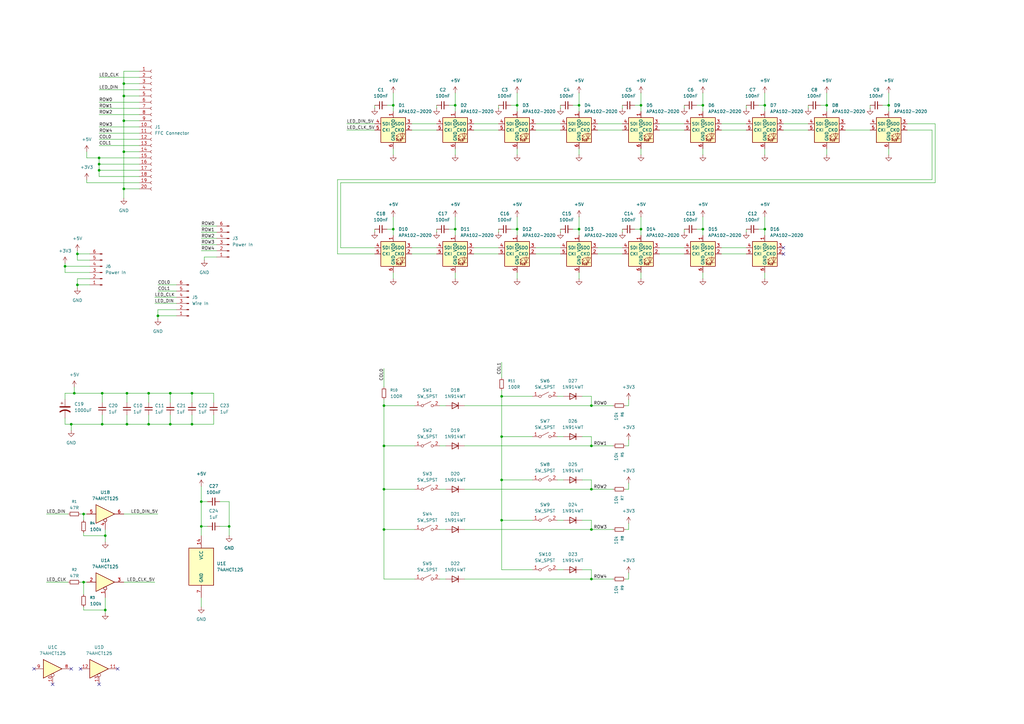
<source format=kicad_sch>
(kicad_sch (version 20250114) (generator "eeschema") (generator_version "9.0")
  (paper "A3")
  (title_block (title "O9 Control Head - DB10") (date "2025-10-20") (rev "V1") (company "Hawthorne Dynamics") (comment 1 "Daughter Board") (comment 2 "10 Buttons") (comment 3 "Top Board"))
  (junction (at 69.85 161.29))
  (junction (at 212.09 43.18))
  (junction (at 313.69 93.98))
  (junction (at 242.57 237.49))
  (junction (at 34.29 210.82))
  (junction (at 212.09 93.98))
  (junction (at 157.48 217.17))
  (junction (at 186.69 43.18))
  (junction (at 288.29 93.98))
  (junction (at 26.67 109.22))
  (junction (at 157.48 200.66))
  (junction (at 34.29 238.76))
  (junction (at 205.74 196.85))
  (junction (at 205.74 179.07))
  (junction (at 30.48 161.29))
  (junction (at 43.18 250.19))
  (junction (at 69.85 173.99))
  (junction (at 52.07 173.99))
  (junction (at 242.57 217.17))
  (junction (at 52.07 161.29))
  (junction (at 82.55 205.74))
  (junction (at 313.69 43.18))
  (junction (at 242.57 200.66))
  (junction (at 339.09 43.18))
  (junction (at 78.74 161.29))
  (junction (at 40.64 67.31))
  (junction (at 205.74 213.36))
  (junction (at 64.77 129.54))
  (junction (at 262.89 43.18))
  (junction (at 288.29 43.18))
  (junction (at 50.8 62.23))
  (junction (at 43.18 219.71))
  (junction (at 31.75 116.84))
  (junction (at 60.96 173.99))
  (junction (at 161.29 93.98))
  (junction (at 41.91 161.29))
  (junction (at 93.98 215.9))
  (junction (at 237.49 93.98))
  (junction (at 242.57 182.88))
  (junction (at 242.57 166.37))
  (junction (at 161.29 43.18))
  (junction (at 50.8 77.47))
  (junction (at 78.74 173.99))
  (junction (at 41.91 173.99))
  (junction (at 50.8 34.29))
  (junction (at 50.8 49.53))
  (junction (at 262.89 93.98))
  (junction (at 237.49 43.18))
  (junction (at 50.8 39.37))
  (junction (at 29.21 173.99))
  (junction (at 186.69 93.98))
  (junction (at 157.48 166.37))
  (junction (at 60.96 161.29))
  (junction (at 40.64 64.77))
  (junction (at 364.49 43.18))
  (junction (at 31.75 104.14))
  (junction (at 40.64 69.85))
  (junction (at 82.55 215.9))
  (junction (at 205.74 162.56))
  (junction (at 157.48 182.88))
  (no_connect (at 21.59 280.67))
  (no_connect (at 13.97 274.32))
  (no_connect (at 29.21 274.32))
  (no_connect (at 321.31 104.14))
  (no_connect (at 40.64 280.67))
  (no_connect (at 321.31 101.6))
  (no_connect (at 33.02 274.32))
  (no_connect (at 48.26 274.32))
  (wire (pts (xy 41.91 165.1) (xy 41.91 161.29)))
  (wire (pts (xy 288.29 38.1) (xy 288.29 43.18)))
  (wire (pts (xy 57.15 29.21) (xy 50.8 29.21)))
  (wire (pts (xy 161.29 43.18) (xy 161.29 45.72)))
  (wire (pts (xy 295.91 101.6) (xy 306.07 101.6)))
  (wire (pts (xy 157.48 200.66) (xy 157.48 217.17)))
  (wire (pts (xy 50.8 238.76) (xy 63.5 238.76)))
  (wire (pts (xy 168.91 101.6) (xy 179.07 101.6)))
  (wire (pts (xy 34.29 210.82) (xy 35.56 210.82)))
  (wire (pts (xy 31.75 104.14) (xy 36.83 104.14)))
  (wire (pts (xy 194.31 53.34) (xy 204.47 53.34)))
  (wire (pts (xy 190.5 217.17) (xy 242.57 217.17)))
  (wire (pts (xy 339.09 60.96) (xy 339.09 63.5)))
  (wire (pts (xy 204.47 93.98) (xy 204.47 95.25)))
  (wire (pts (xy 194.31 50.8) (xy 204.47 50.8)))
  (wire (pts (xy 313.69 111.76) (xy 313.69 114.3)))
  (wire (pts (xy 60.96 161.29) (xy 69.85 161.29)))
  (wire (pts (xy 245.11 50.8) (xy 255.27 50.8)))
  (wire (pts (xy 26.67 109.22) (xy 26.67 111.76)))
  (wire (pts (xy 339.09 38.1) (xy 339.09 43.18)))
  (wire (pts (xy 270.51 104.14) (xy 280.67 104.14)))
  (wire (pts (xy 83.82 105.41) (xy 88.9 105.41)))
  (wire (pts (xy 242.57 217.17) (xy 242.57 213.36)))
  (wire (pts (xy 40.64 54.61) (xy 57.15 54.61)))
  (wire (pts (xy 180.34 200.66) (xy 182.88 200.66)))
  (wire (pts (xy 33.02 238.76) (xy 34.29 238.76)))
  (wire (pts (xy 40.64 69.85) (xy 57.15 69.85)))
  (wire (pts (xy 205.74 160.02) (xy 205.74 162.56)))
  (wire (pts (xy 40.64 64.77) (xy 57.15 64.77)))
  (wire (pts (xy 205.74 196.85) (xy 218.44 196.85)))
  (wire (pts (xy 257.81 214.63) (xy 257.81 217.17)))
  (wire (pts (xy 306.07 43.18) (xy 306.07 44.45)))
  (wire (pts (xy 142.24 53.34) (xy 153.67 53.34)))
  (wire (pts (xy 285.75 43.18) (xy 288.29 43.18)))
  (wire (pts (xy 190.5 237.49) (xy 242.57 237.49)))
  (wire (pts (xy 194.31 101.6) (xy 204.47 101.6)))
  (wire (pts (xy 205.74 233.68) (xy 218.44 233.68)))
  (wire (pts (xy 255.27 43.18) (xy 255.27 44.45)))
  (wire (pts (xy 186.69 111.76) (xy 186.69 114.3)))
  (wire (pts (xy 31.75 118.11) (xy 31.75 116.84)))
  (wire (pts (xy 34.29 250.19) (xy 43.18 250.19)))
  (wire (pts (xy 186.69 88.9) (xy 186.69 93.98)))
  (wire (pts (xy 161.29 38.1) (xy 161.29 43.18)))
  (wire (pts (xy 87.63 173.99) (xy 87.63 170.18)))
  (wire (pts (xy 40.64 57.15) (xy 57.15 57.15)))
  (wire (pts (xy 262.89 88.9) (xy 262.89 93.98)))
  (wire (pts (xy 179.07 43.18) (xy 179.07 44.45)))
  (wire (pts (xy 26.67 171.45) (xy 26.67 173.99)))
  (wire (pts (xy 205.74 162.56) (xy 205.74 179.07)))
  (wire (pts (xy 40.64 31.75) (xy 57.15 31.75)))
  (wire (pts (xy 245.11 53.34) (xy 255.27 53.34)))
  (wire (pts (xy 242.57 237.49) (xy 251.46 237.49)))
  (wire (pts (xy 256.54 217.17) (xy 257.81 217.17)))
  (wire (pts (xy 218.44 162.56) (xy 205.74 162.56)))
  (wire (pts (xy 82.55 95.25) (xy 88.9 95.25)))
  (wire (pts (xy 331.47 43.18) (xy 331.47 44.45)))
  (wire (pts (xy 64.77 119.38) (xy 72.39 119.38)))
  (wire (pts (xy 64.77 127) (xy 64.77 129.54)))
  (wire (pts (xy 153.67 93.98) (xy 153.67 95.25)))
  (wire (pts (xy 52.07 170.18) (xy 52.07 173.99)))
  (wire (pts (xy 157.48 151.13) (xy 157.48 158.75)))
  (wire (pts (xy 168.91 53.34) (xy 179.07 53.34)))
  (wire (pts (xy 35.56 64.77) (xy 40.64 64.77)))
  (wire (pts (xy 288.29 60.96) (xy 288.29 63.5)))
  (wire (pts (xy 69.85 161.29) (xy 78.74 161.29)))
  (wire (pts (xy 186.69 43.18) (xy 186.69 45.72)))
  (wire (pts (xy 228.6 162.56) (xy 231.14 162.56)))
  (wire (pts (xy 82.55 199.39) (xy 82.55 205.74)))
  (wire (pts (xy 50.8 81.28) (xy 50.8 77.47)))
  (wire (pts (xy 237.49 111.76) (xy 237.49 114.3)))
  (wire (pts (xy 157.48 237.49) (xy 170.18 237.49)))
  (wire (pts (xy 40.64 36.83) (xy 57.15 36.83)))
  (wire (pts (xy 190.5 166.37) (xy 242.57 166.37)))
  (wire (pts (xy 26.67 111.76) (xy 36.83 111.76)))
  (wire (pts (xy 242.57 166.37) (xy 251.46 166.37)))
  (wire (pts (xy 50.8 77.47) (xy 57.15 77.47)))
  (wire (pts (xy 256.54 200.66) (xy 257.81 200.66)))
  (wire (pts (xy 242.57 162.56) (xy 238.76 162.56)))
  (wire (pts (xy 40.64 44.45) (xy 57.15 44.45)))
  (wire (pts (xy 30.48 161.29) (xy 41.91 161.29)))
  (wire (pts (xy 40.64 52.07) (xy 57.15 52.07)))
  (wire (pts (xy 161.29 60.96) (xy 161.29 63.5)))
  (wire (pts (xy 212.09 60.96) (xy 212.09 63.5)))
  (wire (pts (xy 237.49 38.1) (xy 237.49 43.18)))
  (wire (pts (xy 212.09 43.18) (xy 212.09 45.72)))
  (wire (pts (xy 364.49 43.18) (xy 364.49 45.72)))
  (wire (pts (xy 288.29 43.18) (xy 288.29 45.72)))
  (wire (pts (xy 64.77 116.84) (xy 72.39 116.84)))
  (wire (pts (xy 157.48 163.83) (xy 157.48 166.37)))
  (wire (pts (xy 40.64 67.31) (xy 40.64 69.85)))
  (wire (pts (xy 82.55 245.11) (xy 82.55 248.92)))
  (wire (pts (xy 313.69 43.18) (xy 313.69 45.72)))
  (wire (pts (xy 219.71 104.14) (xy 229.87 104.14)))
  (wire (pts (xy 219.71 53.34) (xy 229.87 53.34)))
  (wire (pts (xy 69.85 161.29) (xy 69.85 165.1)))
  (wire (pts (xy 245.11 104.14) (xy 255.27 104.14)))
  (wire (pts (xy 60.96 170.18) (xy 60.96 173.99)))
  (wire (pts (xy 157.48 182.88) (xy 170.18 182.88)))
  (wire (pts (xy 212.09 88.9) (xy 212.09 93.98)))
  (wire (pts (xy 82.55 92.71) (xy 88.9 92.71)))
  (wire (pts (xy 242.57 166.37) (xy 242.57 162.56)))
  (wire (pts (xy 256.54 182.88) (xy 257.81 182.88)))
  (wire (pts (xy 295.91 50.8) (xy 306.07 50.8)))
  (wire (pts (xy 50.8 49.53) (xy 50.8 62.23)))
  (wire (pts (xy 26.67 107.95) (xy 26.67 109.22)))
  (wire (pts (xy 257.81 234.95) (xy 257.81 237.49)))
  (wire (pts (xy 40.64 67.31) (xy 57.15 67.31)))
  (wire (pts (xy 205.74 154.94) (xy 205.74 148.59)))
  (wire (pts (xy 242.57 233.68) (xy 238.76 233.68)))
  (wire (pts (xy 190.5 182.88) (xy 242.57 182.88)))
  (wire (pts (xy 50.8 210.82) (xy 64.77 210.82)))
  (wire (pts (xy 257.81 163.83) (xy 257.81 166.37)))
  (wire (pts (xy 82.55 97.79) (xy 88.9 97.79)))
  (wire (pts (xy 31.75 104.14) (xy 31.75 106.68)))
  (wire (pts (xy 229.87 93.98) (xy 229.87 95.25)))
  (wire (pts (xy 139.7 74.93) (xy 383.54 74.93)))
  (wire (pts (xy 212.09 93.98) (xy 212.09 96.52)))
  (wire (pts (xy 82.55 100.33) (xy 88.9 100.33)))
  (wire (pts (xy 205.74 196.85) (xy 205.74 213.36)))
  (wire (pts (xy 78.74 173.99) (xy 87.63 173.99)))
  (wire (pts (xy 234.95 93.98) (xy 237.49 93.98)))
  (wire (pts (xy 204.47 43.18) (xy 204.47 44.45)))
  (wire (pts (xy 60.96 161.29) (xy 60.96 165.1)))
  (wire (pts (xy 40.64 64.77) (xy 40.64 67.31)))
  (wire (pts (xy 321.31 50.8) (xy 331.47 50.8)))
  (wire (pts (xy 157.48 217.17) (xy 157.48 237.49)))
  (wire (pts (xy 138.43 104.14) (xy 153.67 104.14)))
  (wire (pts (xy 31.75 102.87) (xy 31.75 104.14)))
  (wire (pts (xy 194.31 104.14) (xy 204.47 104.14)))
  (wire (pts (xy 26.67 163.83) (xy 26.67 161.29)))
  (wire (pts (xy 64.77 127) (xy 72.39 127)))
  (wire (pts (xy 270.51 53.34) (xy 280.67 53.34)))
  (wire (pts (xy 237.49 60.96) (xy 237.49 63.5)))
  (wire (pts (xy 306.07 93.98) (xy 306.07 95.25)))
  (wire (pts (xy 19.05 238.76) (xy 27.94 238.76)))
  (wire (pts (xy 83.82 106.68) (xy 83.82 105.41)))
  (wire (pts (xy 313.69 38.1) (xy 313.69 43.18)))
  (wire (pts (xy 237.49 43.18) (xy 237.49 45.72)))
  (wire (pts (xy 153.67 101.6) (xy 139.7 101.6)))
  (wire (pts (xy 205.74 179.07) (xy 218.44 179.07)))
  (wire (pts (xy 180.34 166.37) (xy 182.88 166.37)))
  (wire (pts (xy 82.55 215.9) (xy 82.55 219.71)))
  (wire (pts (xy 50.8 39.37) (xy 50.8 49.53)))
  (wire (pts (xy 64.77 129.54) (xy 72.39 129.54)))
  (wire (pts (xy 242.57 182.88) (xy 242.57 179.07)))
  (wire (pts (xy 219.71 50.8) (xy 229.87 50.8)))
  (wire (pts (xy 180.34 237.49) (xy 182.88 237.49)))
  (wire (pts (xy 40.64 59.69) (xy 57.15 59.69)))
  (wire (pts (xy 69.85 170.18) (xy 69.85 173.99)))
  (wire (pts (xy 364.49 60.96) (xy 364.49 63.5)))
  (wire (pts (xy 313.69 88.9) (xy 313.69 93.98)))
  (wire (pts (xy 280.67 93.98) (xy 280.67 95.25)))
  (wire (pts (xy 361.95 43.18) (xy 364.49 43.18)))
  (wire (pts (xy 228.6 233.68) (xy 231.14 233.68)))
  (wire (pts (xy 157.48 200.66) (xy 170.18 200.66)))
  (wire (pts (xy 234.95 43.18) (xy 237.49 43.18)))
  (wire (pts (xy 52.07 161.29) (xy 60.96 161.29)))
  (wire (pts (xy 190.5 200.66) (xy 242.57 200.66)))
  (wire (pts (xy 170.18 166.37) (xy 157.48 166.37)))
  (wire (pts (xy 180.34 182.88) (xy 182.88 182.88)))
  (wire (pts (xy 78.74 161.29) (xy 78.74 165.1)))
  (wire (pts (xy 50.8 29.21) (xy 50.8 34.29)))
  (wire (pts (xy 50.8 49.53) (xy 57.15 49.53)))
  (wire (pts (xy 161.29 111.76) (xy 161.29 114.3)))
  (wire (pts (xy 35.56 62.23) (xy 35.56 64.77)))
  (wire (pts (xy 339.09 43.18) (xy 339.09 45.72)))
  (wire (pts (xy 228.6 196.85) (xy 231.14 196.85)))
  (wire (pts (xy 34.29 210.82) (xy 34.29 213.36)))
  (wire (pts (xy 90.17 205.74) (xy 93.98 205.74)))
  (wire (pts (xy 313.69 60.96) (xy 313.69 63.5)))
  (wire (pts (xy 52.07 173.99) (xy 60.96 173.99)))
  (wire (pts (xy 228.6 213.36) (xy 231.14 213.36)))
  (wire (pts (xy 157.48 166.37) (xy 157.48 182.88)))
  (wire (pts (xy 40.64 46.99) (xy 57.15 46.99)))
  (wire (pts (xy 34.29 219.71) (xy 43.18 219.71)))
  (wire (pts (xy 260.35 43.18) (xy 262.89 43.18)))
  (wire (pts (xy 186.69 93.98) (xy 186.69 96.52)))
  (wire (pts (xy 245.11 101.6) (xy 255.27 101.6)))
  (wire (pts (xy 35.56 73.66) (xy 35.56 74.93)))
  (wire (pts (xy 93.98 205.74) (xy 93.98 215.9)))
  (wire (pts (xy 33.02 210.82) (xy 34.29 210.82)))
  (wire (pts (xy 242.57 182.88) (xy 251.46 182.88)))
  (wire (pts (xy 237.49 88.9) (xy 237.49 93.98)))
  (wire (pts (xy 313.69 93.98) (xy 313.69 96.52)))
  (wire (pts (xy 260.35 93.98) (xy 262.89 93.98)))
  (wire (pts (xy 382.27 53.34) (xy 382.27 73.66)))
  (wire (pts (xy 242.57 200.66) (xy 251.46 200.66)))
  (wire (pts (xy 41.91 161.29) (xy 52.07 161.29)))
  (wire (pts (xy 87.63 161.29) (xy 87.63 165.1)))
  (wire (pts (xy 346.71 53.34) (xy 356.87 53.34)))
  (wire (pts (xy 26.67 173.99) (xy 29.21 173.99)))
  (wire (pts (xy 69.85 173.99) (xy 78.74 173.99)))
  (wire (pts (xy 288.29 111.76) (xy 288.29 114.3)))
  (wire (pts (xy 168.91 104.14) (xy 179.07 104.14)))
  (wire (pts (xy 295.91 53.34) (xy 306.07 53.34)))
  (wire (pts (xy 364.49 38.1) (xy 364.49 43.18)))
  (wire (pts (xy 78.74 170.18) (xy 78.74 173.99)))
  (wire (pts (xy 205.74 213.36) (xy 218.44 213.36)))
  (wire (pts (xy 255.27 93.98) (xy 255.27 95.25)))
  (wire (pts (xy 153.67 43.18) (xy 153.67 44.45)))
  (wire (pts (xy 179.07 93.98) (xy 179.07 95.25)))
  (wire (pts (xy 212.09 38.1) (xy 212.09 43.18)))
  (wire (pts (xy 256.54 237.49) (xy 257.81 237.49)))
  (wire (pts (xy 212.09 111.76) (xy 212.09 114.3)))
  (wire (pts (xy 237.49 93.98) (xy 237.49 96.52)))
  (wire (pts (xy 50.8 39.37) (xy 57.15 39.37)))
  (wire (pts (xy 280.67 43.18) (xy 280.67 44.45)))
  (wire (pts (xy 93.98 219.71) (xy 93.98 215.9)))
  (wire (pts (xy 50.8 62.23) (xy 57.15 62.23)))
  (wire (pts (xy 63.5 124.46) (xy 72.39 124.46)))
  (wire (pts (xy 63.5 121.92) (xy 72.39 121.92)))
  (wire (pts (xy 288.29 88.9) (xy 288.29 93.98)))
  (wire (pts (xy 311.15 93.98) (xy 313.69 93.98)))
  (wire (pts (xy 158.75 43.18) (xy 161.29 43.18)))
  (wire (pts (xy 161.29 88.9) (xy 161.29 93.98)))
  (wire (pts (xy 262.89 43.18) (xy 262.89 45.72)))
  (wire (pts (xy 383.54 74.93) (xy 383.54 50.8)))
  (wire (pts (xy 29.21 173.99) (xy 41.91 173.99)))
  (wire (pts (xy 31.75 114.3) (xy 36.83 114.3)))
  (wire (pts (xy 82.55 215.9) (xy 85.09 215.9)))
  (wire (pts (xy 50.8 62.23) (xy 50.8 77.47)))
  (wire (pts (xy 50.8 34.29) (xy 50.8 39.37)))
  (wire (pts (xy 93.98 215.9) (xy 90.17 215.9)))
  (wire (pts (xy 138.43 73.66) (xy 138.43 104.14)))
  (wire (pts (xy 40.64 72.39) (xy 57.15 72.39)))
  (wire (pts (xy 285.75 93.98) (xy 288.29 93.98)))
  (wire (pts (xy 82.55 205.74) (xy 85.09 205.74)))
  (wire (pts (xy 257.81 166.37) (xy 256.54 166.37)))
  (wire (pts (xy 40.64 69.85) (xy 40.64 72.39)))
  (wire (pts (xy 228.6 179.07) (xy 231.14 179.07)))
  (wire (pts (xy 257.81 180.34) (xy 257.81 182.88)))
  (wire (pts (xy 383.54 50.8) (xy 372.11 50.8)))
  (wire (pts (xy 34.29 243.84) (xy 34.29 238.76)))
  (wire (pts (xy 257.81 198.12) (xy 257.81 200.66)))
  (wire (pts (xy 31.75 106.68) (xy 36.83 106.68)))
  (wire (pts (xy 139.7 101.6) (xy 139.7 74.93)))
  (wire (pts (xy 40.64 41.91) (xy 57.15 41.91)))
  (wire (pts (xy 64.77 129.54) (xy 64.77 130.81)))
  (wire (pts (xy 229.87 43.18) (xy 229.87 44.45)))
  (wire (pts (xy 41.91 173.99) (xy 52.07 173.99)))
  (wire (pts (xy 161.29 93.98) (xy 161.29 96.52)))
  (wire (pts (xy 262.89 111.76) (xy 262.89 114.3)))
  (wire (pts (xy 157.48 182.88) (xy 157.48 200.66)))
  (wire (pts (xy 209.55 93.98) (xy 212.09 93.98)))
  (wire (pts (xy 270.51 101.6) (xy 280.67 101.6)))
  (wire (pts (xy 382.27 73.66) (xy 138.43 73.66)))
  (wire (pts (xy 43.18 245.11) (xy 43.18 250.19)))
  (wire (pts (xy 34.29 248.92) (xy 34.29 250.19)))
  (wire (pts (xy 242.57 237.49) (xy 242.57 233.68)))
  (wire (pts (xy 158.75 93.98) (xy 161.29 93.98)))
  (wire (pts (xy 186.69 60.96) (xy 186.69 63.5)))
  (wire (pts (xy 205.74 213.36) (xy 205.74 233.68)))
  (wire (pts (xy 186.69 38.1) (xy 186.69 43.18)))
  (wire (pts (xy 82.55 102.87) (xy 88.9 102.87)))
  (wire (pts (xy 288.29 93.98) (xy 288.29 96.52)))
  (wire (pts (xy 41.91 170.18) (xy 41.91 173.99)))
  (wire (pts (xy 26.67 109.22) (xy 36.83 109.22)))
  (wire (pts (xy 336.55 43.18) (xy 339.09 43.18)))
  (wire (pts (xy 26.67 161.29) (xy 30.48 161.29)))
  (wire (pts (xy 157.48 217.17) (xy 170.18 217.17)))
  (wire (pts (xy 29.21 176.53) (xy 29.21 173.99)))
  (wire (pts (xy 242.57 196.85) (xy 238.76 196.85)))
  (wire (pts (xy 242.57 200.66) (xy 242.57 196.85)))
  (wire (pts (xy 35.56 74.93) (xy 57.15 74.93)))
  (wire (pts (xy 82.55 205.74) (xy 82.55 215.9)))
  (wire (pts (xy 205.74 179.07) (xy 205.74 196.85)))
  (wire (pts (xy 321.31 53.34) (xy 331.47 53.34)))
  (wire (pts (xy 43.18 217.17) (xy 43.18 219.71)))
  (wire (pts (xy 262.89 60.96) (xy 262.89 63.5)))
  (wire (pts (xy 184.15 93.98) (xy 186.69 93.98)))
  (wire (pts (xy 168.91 50.8) (xy 179.07 50.8)))
  (wire (pts (xy 311.15 43.18) (xy 313.69 43.18)))
  (wire (pts (xy 34.29 238.76) (xy 35.56 238.76)))
  (wire (pts (xy 142.24 50.8) (xy 153.67 50.8)))
  (wire (pts (xy 31.75 116.84) (xy 36.83 116.84)))
  (wire (pts (xy 372.11 53.34) (xy 382.27 53.34)))
  (wire (pts (xy 31.75 116.84) (xy 31.75 114.3)))
  (wire (pts (xy 242.57 179.07) (xy 238.76 179.07)))
  (wire (pts (xy 34.29 218.44) (xy 34.29 219.71)))
  (wire (pts (xy 50.8 34.29) (xy 57.15 34.29)))
  (wire (pts (xy 219.71 101.6) (xy 229.87 101.6)))
  (wire (pts (xy 184.15 43.18) (xy 186.69 43.18)))
  (wire (pts (xy 43.18 250.19) (xy 43.18 251.46)))
  (wire (pts (xy 295.91 104.14) (xy 306.07 104.14)))
  (wire (pts (xy 180.34 217.17) (xy 182.88 217.17)))
  (wire (pts (xy 52.07 161.29) (xy 52.07 165.1)))
  (wire (pts (xy 270.51 50.8) (xy 280.67 50.8)))
  (wire (pts (xy 262.89 38.1) (xy 262.89 43.18)))
  (wire (pts (xy 30.48 158.75) (xy 30.48 161.29)))
  (wire (pts (xy 242.57 213.36) (xy 238.76 213.36)))
  (wire (pts (xy 262.89 93.98) (xy 262.89 96.52)))
  (wire (pts (xy 356.87 43.18) (xy 356.87 44.45)))
  (wire (pts (xy 242.57 217.17) (xy 251.46 217.17)))
  (wire (pts (xy 19.05 210.82) (xy 27.94 210.82)))
  (wire (pts (xy 60.96 173.99) (xy 69.85 173.99)))
  (wire (pts (xy 43.18 219.71) (xy 43.18 222.25)))
  (wire (pts (xy 209.55 43.18) (xy 212.09 43.18)))
  (wire (pts (xy 78.74 161.29) (xy 87.63 161.29)))
  (label "LED_DIN" (at 19.05 210.82 0))
  (label "LED_CLK_5V" (at 142.24 53.34 0))
  (label "ROW4" (at 82.55 102.87 0))
  (label "COL0" (at 64.77 116.84 0))
  (label "LED_CLK" (at 40.64 31.75 0))
  (label "ROW0" (at 248.92 166.37 180))
  (label "ROW1" (at 248.92 182.88 180))
  (label "ROW2" (at 40.64 46.99 0))
  (label "ROW3" (at 248.92 217.17 180))
  (label "ROW2" (at 82.55 97.79 0))
  (label "ROW1" (at 82.55 95.25 0))
  (label "ROW3" (at 40.64 52.07 0))
  (label "COL1" (at 205.74 148.59 270))
  (label "COL0" (at 40.64 57.15 0))
  (label "ROW2" (at 248.92 200.66 180))
  (label "LED_DIN_5V" (at 64.77 210.82 180))
  (label "COL1" (at 64.77 119.38 0))
  (label "ROW4" (at 248.92 237.49 180))
  (label "LED_DIN_5V" (at 142.24 50.8 0))
  (label "LED_CLK_5V" (at 63.5 238.76 180))
  (label "ROW3" (at 82.55 100.33 0))
  (label "LED_CLK" (at 63.5 121.92 0))
  (label "LED_DIN" (at 40.64 36.83 0))
  (label "COL1" (at 40.64 59.69 0))
  (label "LED_CLK" (at 19.05 238.76 0))
  (label "LED_DIN" (at 63.5 124.46 0))
  (label "ROW0" (at 82.55 92.71 0))
  (label "ROW1" (at 40.64 44.45 0))
  (label "COL0" (at 157.48 151.13 270))
  (label "ROW0" (at 40.64 41.91 0))
  (label "ROW4" (at 40.64 54.61 0))
  (symbol (lib_id "Diode:1N914WT") (at 234.95 233.68 180) (unit 1)
    (property "Reference" "D23" (at 234.95 227.33 0))
    (property "Value" "1N914WT" (at 234.95 229.87 0))
    (property "Footprint" "Diode_SMD:D_SOD-323_HandSoldering" (effects (hide yes)))
    (property "Datasheet" "http://www.mouser.com/ds/2/149/1N4148WT-461550.pdf" (effects (hide yes)))
    (property "Description" "75V 0.15A Fast switching Diode, SOD-523" (effects (hide yes)))
    (property "Sim.Device" "D" (effects (hide yes)))
    (property "Sim.Pins" "1=K 2=A" (effects (hide yes)))
  )
  (symbol (lib_id "power:GND") (at 43.18 251.46 0) (unit 1)
    (property "Reference" "#PWR067" (effects (hide yes)))
    (property "Value" "GND" (effects (hide yes)))
    (property "Description" "Power symbol creates a global label with name \"GND\" , ground" (effects (hide yes)))
  )
  (symbol (lib_id "power:GND") (at 93.98 219.71 0) (unit 1)
    (property "Reference" "#PWR066" (effects (hide yes)))
    (property "Value" "GND" (at 93.98 224.79 0))
    (property "Description" "Power symbol creates a global label with name \"GND\" , ground" (effects (hide yes)))
  )
  (symbol (lib_id "power:+5V") (at 262.89 88.9 0) (unit 1)
    (property "Reference" "#PWR053" (effects (hide yes)))
    (property "Value" "+5V" (at 262.89 83.82 0))
    (property "Description" "Power symbol creates a global label with name \"+5V\"" (effects (hide yes)))
  )
  (symbol (lib_id "Device:C_Small") (at 207.01 93.98 90) (unit 1)
    (property "Reference" "C16" (at 207.0163 87.63 90))
    (property "Value" "100nF" (at 207.0163 90.17 90))
    (property "Footprint" "Capacitor_SMD:C_0603_1608Metric_Pad1.08x0.95mm_HandSolder" (effects (hide yes)))
    (property "Description" "Unpolarized capacitor, small symbol" (effects (hide yes)))
  )
  (symbol (lib_id "power:GND") (at 186.69 114.3 0) (unit 1)
    (property "Reference" "#PWR018" (effects (hide yes)))
    (property "Value" "GND" (effects (hide yes)))
    (property "Description" "Power symbol creates a global label with name \"GND\" , ground" (effects (hide yes)))
  )
  (symbol (lib_id "Device:C_Small") (at 283.21 43.18 90) (unit 1)
    (property "Reference" "C6" (at 283.2163 36.83 90))
    (property "Value" "100nF" (at 283.2163 39.37 90))
    (property "Footprint" "Capacitor_SMD:C_0603_1608Metric_Pad1.08x0.95mm_HandSolder" (effects (hide yes)))
    (property "Description" "Unpolarized capacitor, small symbol" (effects (hide yes)))
  )
  (symbol (lib_id "Device:R_Small") (at 34.29 215.9 180) (unit 1)
    (property "Reference" "R4" (at 36.83 214.6299 0) (effects (font (size 1.016 1.016)) (justify right)))
    (property "Value" "100k" (at 36.83 217.1699 0) (effects (justify right)))
    (property "Footprint" "Resistor_SMD:R_0603_1608Metric_Pad0.98x0.95mm_HandSolder" (effects (hide yes)))
    (property "Description" "Resistor, small symbol" (effects (hide yes)))
  )
  (symbol (lib_id "Connector:Conn_01x06_Pin") (at 41.91 111.76 180) (unit 1)
    (property "Reference" "J6" (at 43.18 109.2199 0) (effects (justify right)))
    (property "Value" "Power In" (at 43.18 111.7599 0) (effects (justify right)))
    (property "Footprint" "Library:SolderWire-0.5sqmm_1x06_P4.8mm_D0.9mm_OD2.3mm" (effects (hide yes)))
    (property "Description" "Generic connector, single row, 01x06, script generated" (effects (hide yes)))
  )
  (symbol (lib_id "power:+5V") (at 313.69 88.9 0) (unit 1)
    (property "Reference" "#PWR049" (effects (hide yes)))
    (property "Value" "+5V" (at 313.69 83.82 0))
    (property "Description" "Power symbol creates a global label with name \"+5V\"" (effects (hide yes)))
  )
  (symbol (lib_id "power:+3V3") (at 257.81 234.95 0) (unit 1)
    (property "Reference" "#PWR073" (effects (hide yes)))
    (property "Value" "+3V3" (at 257.81 229.87 0))
    (property "Description" "Power symbol creates a global label with name \"+3V3\"" (effects (hide yes)))
  )
  (symbol (lib_id "Device:R_Small") (at 30.48 238.76 90) (unit 1)
    (property "Reference" "R2" (at 30.48 233.68 90) (effects (font (size 1.016 1.016))))
    (property "Value" "47R" (at 30.48 236.22 90))
    (property "Footprint" "Resistor_SMD:R_0603_1608Metric_Pad0.98x0.95mm_HandSolder" (effects (hide yes)))
    (property "Description" "Resistor, small symbol" (effects (hide yes)))
  )
  (symbol (lib_id "74xx:74AHCT125") (at 82.55 232.41 0) (unit 5)
    (property "Reference" "U1" (at 88.9 231.1399 0) (effects (justify left)))
    (property "Value" "74AHCT125" (at 88.9 233.6799 0) (effects (justify left)))
    (property "Footprint" "Package_SO:SOIC-14_3.9x8.7mm_P1.27mm" (effects (hide yes)))
    (property "Datasheet" "https://www.ti.com/lit/ds/symlink/sn74ahct125.pdf" (effects (hide yes)))
    (property "Description" "Quadruple Bus Buffer Gates With 3-State Outputs" (effects (hide yes)))
  )
  (symbol (lib_id "LED:APA102-2020") (at 262.89 53.34 0) (unit 1)
    (property "Reference" "D5" (at 265.0333 43.18 0) (effects (justify left)))
    (property "Value" "APA102-2020" (at 265.0333 45.72 0) (effects (justify left)))
    (property "Footprint" "LED_SMD:LED-APA102-2020" (effects (hide yes)))
    (property "Datasheet" "http://www.led-color.com/upload/201604/APA102-2020%20SMD%20LED.pdf" (effects (hide yes)))
    (property "Description" "RGB LED with integrated controller" (effects (hide yes)))
  )
  (symbol (lib_id "74xx:74AHCT125") (at 40.64 274.32 0) (unit 4)
    (property "Reference" "U1" (at 40.64 265.43 0))
    (property "Value" "74AHCT125" (at 40.64 267.97 0))
    (property "Footprint" "Package_SO:SOIC-14_3.9x8.7mm_P1.27mm" (effects (hide yes)))
    (property "Datasheet" "https://www.ti.com/lit/ds/symlink/sn74ahct125.pdf" (effects (hide yes)))
    (property "Description" "Quadruple Bus Buffer Gates With 3-State Outputs" (effects (hide yes)))
  )
  (symbol (lib_id "power:GND") (at 29.21 176.53 0) (unit 1)
    (property "Reference" "#PWR062" (effects (hide yes)))
    (property "Value" "GND" (at 29.21 181.61 0))
    (property "Description" "Power symbol creates a global label with name \"GND\" , ground" (effects (hide yes)))
  )
  (symbol (lib_id "Diode:1N914WT") (at 234.95 162.56 180) (unit 1)
    (property "Reference" "D27" (at 234.95 156.21 0))
    (property "Value" "1N914WT" (at 234.95 158.75 0))
    (property "Footprint" "Diode_SMD:D_SOD-323_HandSoldering" (effects (hide yes)))
    (property "Datasheet" "http://www.mouser.com/ds/2/149/1N4148WT-461550.pdf" (effects (hide yes)))
    (property "Description" "75V 0.15A Fast switching Diode, SOD-523" (effects (hide yes)))
    (property "Sim.Device" "D" (effects (hide yes)))
    (property "Sim.Pins" "1=K 2=A" (effects (hide yes)))
  )
  (symbol (lib_id "Device:R_Small") (at 254 237.49 270) (unit 1)
    (property "Reference" "R9" (at 255.2701 240.03 0) (effects (font (size 1.016 1.016)) (justify left)))
    (property "Value" "10k" (at 252.7301 240.03 0) (effects (justify left)))
    (property "Footprint" "Resistor_SMD:R_0603_1608Metric_Pad0.98x0.95mm_HandSolder" (effects (hide yes)))
    (property "Description" "Resistor, small symbol" (effects (hide yes)))
  )
  (symbol (lib_id "Device:C_Small") (at 359.41 43.18 90) (unit 1)
    (property "Reference" "C9" (at 359.4163 36.83 90))
    (property "Value" "100nF" (at 359.4163 39.37 90))
    (property "Footprint" "Capacitor_SMD:C_0603_1608Metric_Pad1.08x0.95mm_HandSolder" (effects (hide yes)))
    (property "Description" "Unpolarized capacitor, small symbol" (effects (hide yes)))
  )
  (symbol (lib_id "power:GND") (at 306.07 44.45 0) (unit 1)
    (property "Reference" "#PWR038" (effects (hide yes)))
    (property "Value" "GND" (effects (hide yes)))
    (property "Description" "Power symbol creates a global label with name \"GND\" , ground" (effects (hide yes)))
  )
  (symbol (lib_id "power:+5V") (at 161.29 38.1 0) (unit 1)
    (property "Reference" "#PWR026" (effects (hide yes)))
    (property "Value" "+5V" (at 161.29 33.02 0))
    (property "Description" "Power symbol creates a global label with name \"+5V\"" (effects (hide yes)))
  )
  (symbol (lib_id "LED:APA102-2020") (at 212.09 53.34 0) (unit 1)
    (property "Reference" "D3" (at 214.2333 43.18 0) (effects (justify left)))
    (property "Value" "APA102-2020" (at 214.2333 45.72 0) (effects (justify left)))
    (property "Footprint" "LED_SMD:LED-APA102-2020" (effects (hide yes)))
    (property "Datasheet" "http://www.led-color.com/upload/201604/APA102-2020%20SMD%20LED.pdf" (effects (hide yes)))
    (property "Description" "RGB LED with integrated controller" (effects (hide yes)))
  )
  (symbol (lib_id "Switch:SW_SPST") (at 175.26 182.88 0) (unit 1)
    (property "Reference" "SW2" (at 175.26 176.53 0))
    (property "Value" "SW_SPST" (at 175.26 179.07 0))
    (property "Footprint" "Button_Switch_SMD:SW_SPST_TL3342" (effects (hide yes)))
    (property "Description" "Single Pole Single Throw (SPST) switch" (effects (hide yes)))
  )
  (symbol (lib_id "power:GND") (at 313.69 114.3 0) (unit 1)
    (property "Reference" "#PWR023" (effects (hide yes)))
    (property "Value" "GND" (effects (hide yes)))
    (property "Description" "Power symbol creates a global label with name \"GND\" , ground" (effects (hide yes)))
  )
  (symbol (lib_id "power:GND") (at 43.18 222.25 0) (unit 1)
    (property "Reference" "#PWR068" (effects (hide yes)))
    (property "Value" "GND" (effects (hide yes)))
    (property "Description" "Power symbol creates a global label with name \"GND\" , ground" (effects (hide yes)))
  )
  (symbol (lib_id "LED:APA102-2020") (at 237.49 104.14 0) (unit 1)
    (property "Reference" "D13" (at 239.6333 93.98 0) (effects (justify left)))
    (property "Value" "APA102-2020" (at 239.6333 96.52 0) (effects (justify left)))
    (property "Footprint" "LED_SMD:LED-APA102-2020" (effects (hide yes)))
    (property "Datasheet" "http://www.led-color.com/upload/201604/APA102-2020%20SMD%20LED.pdf" (effects (hide yes)))
    (property "Description" "RGB LED with integrated controller" (effects (hide yes)))
  )
  (symbol (lib_id "Device:C_Small") (at 87.63 205.74 90) (unit 1)
    (property "Reference" "C27" (at 87.6363 199.39 90))
    (property "Value" "100nF" (at 87.6363 201.93 90))
    (property "Footprint" "Capacitor_SMD:C_0603_1608Metric_Pad1.08x0.95mm_HandSolder" (effects (hide yes)))
    (property "Description" "Unpolarized capacitor, small symbol" (effects (hide yes)))
  )
  (symbol (lib_id "Switch:SW_SPST") (at 223.52 233.68 0) (unit 1)
    (property "Reference" "SW10" (at 223.52 227.33 0))
    (property "Value" "SW_SPST" (at 223.52 229.87 0))
    (property "Footprint" "Button_Switch_SMD:SW_SPST_TL3342" (effects (hide yes)))
    (property "Description" "Single Pole Single Throw (SPST) switch" (effects (hide yes)))
  )
  (symbol (lib_id "Diode:1N914WT") (at 186.69 182.88 180) (unit 1)
    (property "Reference" "D19" (at 186.69 176.53 0))
    (property "Value" "1N914WT" (at 186.69 179.07 0))
    (property "Footprint" "Diode_SMD:D_SOD-323_HandSoldering" (effects (hide yes)))
    (property "Datasheet" "http://www.mouser.com/ds/2/149/1N4148WT-461550.pdf" (effects (hide yes)))
    (property "Description" "75V 0.15A Fast switching Diode, SOD-523" (effects (hide yes)))
    (property "Sim.Device" "D" (effects (hide yes)))
    (property "Sim.Pins" "1=K 2=A" (effects (hide yes)))
  )
  (symbol (lib_id "Diode:1N914WT") (at 234.95 196.85 180) (unit 1)
    (property "Reference" "D25" (at 234.95 190.5 0))
    (property "Value" "1N914WT" (at 234.95 193.04 0))
    (property "Footprint" "Diode_SMD:D_SOD-323_HandSoldering" (effects (hide yes)))
    (property "Datasheet" "http://www.mouser.com/ds/2/149/1N4148WT-461550.pdf" (effects (hide yes)))
    (property "Description" "75V 0.15A Fast switching Diode, SOD-523" (effects (hide yes)))
    (property "Sim.Device" "D" (effects (hide yes)))
    (property "Sim.Pins" "1=K 2=A" (effects (hide yes)))
  )
  (symbol (lib_id "power:GND") (at 204.47 95.25 0) (unit 1)
    (property "Reference" "#PWR056" (effects (hide yes)))
    (property "Value" "GND" (effects (hide yes)))
    (property "Description" "Power symbol creates a global label with name \"GND\" , ground" (effects (hide yes)))
  )
  (symbol (lib_id "Device:C_Small") (at 52.07 167.64 180) (unit 1)
    (property "Reference" "C10" (at 54.61 166.3635 0) (effects (justify right)))
    (property "Value" "1uF" (at 54.61 168.9035 0) (effects (justify right)))
    (property "Footprint" "Capacitor_SMD:C_0603_1608Metric_Pad1.08x0.95mm_HandSolder" (effects (hide yes)))
    (property "Description" "Unpolarized capacitor, small symbol" (effects (hide yes)))
  )
  (symbol (lib_id "LED:APA102-2020") (at 288.29 104.14 0) (unit 1)
    (property "Reference" "D15" (at 290.4333 93.98 0) (effects (justify left)))
    (property "Value" "APA102-2020" (at 290.4333 96.52 0) (effects (justify left)))
    (property "Footprint" "LED_SMD:LED-APA102-2020" (effects (hide yes)))
    (property "Datasheet" "http://www.led-color.com/upload/201604/APA102-2020%20SMD%20LED.pdf" (effects (hide yes)))
    (property "Description" "RGB LED with integrated controller" (effects (hide yes)))
  )
  (symbol (lib_id "LED:APA102-2020") (at 186.69 104.14 0) (unit 1)
    (property "Reference" "D11" (at 188.8333 93.98 0) (effects (justify left)))
    (property "Value" "APA102-2020" (at 188.8333 96.52 0) (effects (justify left)))
    (property "Footprint" "LED_SMD:LED-APA102-2020" (effects (hide yes)))
    (property "Datasheet" "http://www.led-color.com/upload/201604/APA102-2020%20SMD%20LED.pdf" (effects (hide yes)))
    (property "Description" "RGB LED with integrated controller" (effects (hide yes)))
  )
  (symbol (lib_id "Switch:SW_SPST") (at 175.26 166.37 0) (unit 1)
    (property "Reference" "SW1" (at 175.26 160.02 0))
    (property "Value" "SW_SPST" (at 175.26 162.56 0))
    (property "Footprint" "Button_Switch_SMD:SW_SPST_TL3342" (effects (hide yes)))
    (property "Description" "Single Pole Single Throw (SPST) switch" (effects (hide yes)))
  )
  (symbol (lib_id "power:GND") (at 212.09 63.5 0) (unit 1)
    (property "Reference" "#PWR010" (effects (hide yes)))
    (property "Value" "GND" (effects (hide yes)))
    (property "Description" "Power symbol creates a global label with name \"GND\" , ground" (effects (hide yes)))
  )
  (symbol (lib_id "Device:R_Small") (at 254 182.88 270) (unit 1)
    (property "Reference" "R5" (at 255.2701 185.42 0) (effects (font (size 1.016 1.016)) (justify left)))
    (property "Value" "10k" (at 252.7301 185.42 0) (effects (justify left)))
    (property "Footprint" "Resistor_SMD:R_0603_1608Metric_Pad0.98x0.95mm_HandSolder" (effects (hide yes)))
    (property "Description" "Resistor, small symbol" (effects (hide yes)))
  )
  (symbol (lib_id "74xx:74AHCT125") (at 43.18 238.76 0) (unit 1)
    (property "Reference" "U1" (at 43.18 229.87 0))
    (property "Value" "74AHCT125" (at 43.18 232.41 0))
    (property "Footprint" "Package_SO:SOIC-14_3.9x8.7mm_P1.27mm" (effects (hide yes)))
    (property "Datasheet" "https://www.ti.com/lit/ds/symlink/sn74ahct125.pdf" (effects (hide yes)))
    (property "Description" "Quadruple Bus Buffer Gates With 3-State Outputs" (effects (hide yes)))
  )
  (symbol (lib_id "LED:APA102-2020") (at 364.49 53.34 0) (unit 1)
    (property "Reference" "D9" (at 366.6333 43.18 0) (effects (justify left)))
    (property "Value" "APA102-2020" (at 366.6333 45.72 0) (effects (justify left)))
    (property "Footprint" "LED_SMD:LED-APA102-2020" (effects (hide yes)))
    (property "Datasheet" "http://www.led-color.com/upload/201604/APA102-2020%20SMD%20LED.pdf" (effects (hide yes)))
    (property "Description" "RGB LED with integrated controller" (effects (hide yes)))
  )
  (symbol (lib_id "LED:APA102-2020") (at 288.29 53.34 0) (unit 1)
    (property "Reference" "D6" (at 290.4333 43.18 0) (effects (justify left)))
    (property "Value" "APA102-2020" (at 290.4333 45.72 0) (effects (justify left)))
    (property "Footprint" "LED_SMD:LED-APA102-2020" (effects (hide yes)))
    (property "Datasheet" "http://www.led-color.com/upload/201604/APA102-2020%20SMD%20LED.pdf" (effects (hide yes)))
    (property "Description" "RGB LED with integrated controller" (effects (hide yes)))
  )
  (symbol (lib_id "LED:APA102-2020") (at 161.29 53.34 0) (unit 1)
    (property "Reference" "D1" (at 163.4333 43.18 0) (effects (justify left)))
    (property "Value" "APA102-2020" (at 163.4333 45.72 0) (effects (justify left)))
    (property "Footprint" "LED_SMD:LED-APA102-2020" (effects (hide yes)))
    (property "Datasheet" "http://www.led-color.com/upload/201604/APA102-2020%20SMD%20LED.pdf" (effects (hide yes)))
    (property "Description" "RGB LED with integrated controller" (effects (hide yes)))
  )
  (symbol (lib_id "Switch:SW_SPST") (at 223.52 196.85 0) (unit 1)
    (property "Reference" "SW8" (at 223.52 190.5 0))
    (property "Value" "SW_SPST" (at 223.52 193.04 0))
    (property "Footprint" "Button_Switch_SMD:SW_SPST_TL3342" (effects (hide yes)))
    (property "Description" "Single Pole Single Throw (SPST) switch" (effects (hide yes)))
  )
  (symbol (lib_id "Device:C_Small") (at 257.81 43.18 90) (unit 1)
    (property "Reference" "C5" (at 257.8163 36.83 90))
    (property "Value" "100nF" (at 257.8163 39.37 90))
    (property "Footprint" "Capacitor_SMD:C_0603_1608Metric_Pad1.08x0.95mm_HandSolder" (effects (hide yes)))
    (property "Description" "Unpolarized capacitor, small symbol" (effects (hide yes)))
  )
  (symbol (lib_id "Switch:SW_SPST") (at 223.52 179.07 0) (unit 1)
    (property "Reference" "SW7" (at 223.52 172.72 0))
    (property "Value" "SW_SPST" (at 223.52 175.26 0))
    (property "Footprint" "Button_Switch_SMD:SW_SPST_TL3342" (effects (hide yes)))
    (property "Description" "Single Pole Single Throw (SPST) switch" (effects (hide yes)))
  )
  (symbol (lib_id "power:+5V") (at 237.49 38.1 0) (unit 1)
    (property "Reference" "#PWR033" (effects (hide yes)))
    (property "Value" "+5V" (at 237.49 33.02 0))
    (property "Description" "Power symbol creates a global label with name \"+5V\"" (effects (hide yes)))
  )
  (symbol (lib_id "Switch:SW_SPST") (at 175.26 237.49 0) (unit 1)
    (property "Reference" "SW5" (at 175.26 231.14 0))
    (property "Value" "SW_SPST" (at 175.26 233.68 0))
    (property "Footprint" "Button_Switch_SMD:SW_SPST_TL3342" (effects (hide yes)))
    (property "Description" "Single Pole Single Throw (SPST) switch" (effects (hide yes)))
  )
  (symbol (lib_id "power:+3V3") (at 257.81 214.63 0) (unit 1)
    (property "Reference" "#PWR072" (effects (hide yes)))
    (property "Value" "+3V3" (at 257.81 209.55 0))
    (property "Description" "Power symbol creates a global label with name \"+3V3\"" (effects (hide yes)))
  )
  (symbol (lib_id "Device:C_Small") (at 78.74 167.64 180) (unit 1)
    (property "Reference" "C22" (at 81.28 166.3635 0) (effects (justify right)))
    (property "Value" "1uF" (at 81.28 168.9035 0) (effects (justify right)))
    (property "Footprint" "Capacitor_SMD:C_0603_1608Metric_Pad1.08x0.95mm_HandSolder" (effects (hide yes)))
    (property "Description" "Unpolarized capacitor, small symbol" (effects (hide yes)))
  )
  (symbol (lib_id "power:GND") (at 356.87 44.45 0) (unit 1)
    (property "Reference" "#PWR042" (effects (hide yes)))
    (property "Value" "GND" (effects (hide yes)))
    (property "Description" "Power symbol creates a global label with name \"GND\" , ground" (effects (hide yes)))
  )
  (symbol (lib_id "Device:C_Small") (at 308.61 43.18 90) (unit 1)
    (property "Reference" "C7" (at 308.6163 36.83 90))
    (property "Value" "100nF" (at 308.6163 39.37 90))
    (property "Footprint" "Capacitor_SMD:C_0603_1608Metric_Pad1.08x0.95mm_HandSolder" (effects (hide yes)))
    (property "Description" "Unpolarized capacitor, small symbol" (effects (hide yes)))
  )
  (symbol (lib_id "power:GND") (at 313.69 63.5 0) (unit 1)
    (property "Reference" "#PWR014" (effects (hide yes)))
    (property "Value" "GND" (effects (hide yes)))
    (property "Description" "Power symbol creates a global label with name \"GND\" , ground" (effects (hide yes)))
  )
  (symbol (lib_id "power:+5V") (at 339.09 38.1 0) (unit 1)
    (property "Reference" "#PWR041" (effects (hide yes)))
    (property "Value" "+5V" (at 339.09 33.02 0))
    (property "Description" "Power symbol creates a global label with name \"+5V\"" (effects (hide yes)))
  )
  (symbol (lib_id "power:+5V") (at 212.09 88.9 0) (unit 1)
    (property "Reference" "#PWR057" (effects (hide yes)))
    (property "Value" "+5V" (at 212.09 83.82 0))
    (property "Description" "Power symbol creates a global label with name \"+5V\"" (effects (hide yes)))
  )
  (symbol (lib_id "Switch:SW_SPST") (at 175.26 217.17 0) (unit 1)
    (property "Reference" "SW4" (at 175.26 210.82 0))
    (property "Value" "SW_SPST" (at 175.26 213.36 0))
    (property "Footprint" "Button_Switch_SMD:SW_SPST_TL3342" (effects (hide yes)))
    (property "Description" "Single Pole Single Throw (SPST) switch" (effects (hide yes)))
  )
  (symbol (lib_id "power:+5V") (at 82.55 199.39 0) (unit 1)
    (property "Reference" "#PWR065" (effects (hide yes)))
    (property "Value" "+5V" (at 82.55 194.31 0))
    (property "Description" "Power symbol creates a global label with name \"+5V\"" (effects (hide yes)))
  )
  (symbol (lib_id "Device:R_Small") (at 34.29 246.38 180) (unit 1)
    (property "Reference" "R3" (at 36.83 245.1099 0) (effects (font (size 1.016 1.016)) (justify right)))
    (property "Value" "100k" (at 36.83 247.6499 0) (effects (justify right)))
    (property "Footprint" "Resistor_SMD:R_0603_1608Metric_Pad0.98x0.95mm_HandSolder" (effects (hide yes)))
    (property "Description" "Resistor, small symbol" (effects (hide yes)))
  )
  (symbol (lib_id "power:GND") (at 204.47 44.45 0) (unit 1)
    (property "Reference" "#PWR030" (effects (hide yes)))
    (property "Value" "GND" (effects (hide yes)))
    (property "Description" "Power symbol creates a global label with name \"GND\" , ground" (effects (hide yes)))
  )
  (symbol (lib_id "power:GND") (at 288.29 63.5 0) (unit 1)
    (property "Reference" "#PWR013" (effects (hide yes)))
    (property "Value" "GND" (effects (hide yes)))
    (property "Description" "Power symbol creates a global label with name \"GND\" , ground" (effects (hide yes)))
  )
  (symbol (lib_id "power:GND") (at 212.09 114.3 0) (unit 1)
    (property "Reference" "#PWR019" (effects (hide yes)))
    (property "Value" "GND" (effects (hide yes)))
    (property "Description" "Power symbol creates a global label with name \"GND\" , ground" (effects (hide yes)))
  )
  (symbol (lib_id "power:GND") (at 364.49 63.5 0) (unit 1)
    (property "Reference" "#PWR016" (effects (hide yes)))
    (property "Value" "GND" (effects (hide yes)))
    (property "Description" "Power symbol creates a global label with name \"GND\" , ground" (effects (hide yes)))
  )
  (symbol (lib_id "Device:C_Polarized_US") (at 26.67 167.64 0) (unit 1)
    (property "Reference" "C19" (at 30.48 165.7349 0) (effects (justify left)))
    (property "Value" "1000uF" (at 30.48 168.2749 0) (effects (justify left)))
    (property "Footprint" "Capacitor_SMD:CP_Elec_8x6.7" (effects (hide yes)))
    (property "Description" "Polarized capacitor, US symbol" (effects (hide yes)))
  )
  (symbol (lib_id "Device:C_Small") (at 156.21 93.98 90) (unit 1)
    (property "Reference" "C18" (at 156.2163 87.63 90))
    (property "Value" "100nF" (at 156.2163 90.17 90))
    (property "Footprint" "Capacitor_SMD:C_0603_1608Metric_Pad1.08x0.95mm_HandSolder" (effects (hide yes)))
    (property "Description" "Unpolarized capacitor, small symbol" (effects (hide yes)))
  )
  (symbol (lib_id "power:GND") (at 280.67 95.25 0) (unit 1)
    (property "Reference" "#PWR050" (effects (hide yes)))
    (property "Value" "GND" (effects (hide yes)))
    (property "Description" "Power symbol creates a global label with name \"GND\" , ground" (effects (hide yes)))
  )
  (symbol (lib_id "power:GND") (at 229.87 95.25 0) (unit 1)
    (property "Reference" "#PWR054" (effects (hide yes)))
    (property "Value" "GND" (effects (hide yes)))
    (property "Description" "Power symbol creates a global label with name \"GND\" , ground" (effects (hide yes)))
  )
  (symbol (lib_id "power:+3V3") (at 257.81 163.83 0) (unit 1)
    (property "Reference" "#PWR070" (effects (hide yes)))
    (property "Value" "+3V3" (at 257.81 158.75 0))
    (property "Description" "Power symbol creates a global label with name \"+3V3\"" (effects (hide yes)))
  )
  (symbol (lib_id "Device:C_Small") (at 60.96 167.64 180) (unit 1)
    (property "Reference" "C11" (at 63.5 166.3635 0) (effects (justify right)))
    (property "Value" "1uF" (at 63.5 168.9035 0) (effects (justify right)))
    (property "Footprint" "Capacitor_SMD:C_0603_1608Metric_Pad1.08x0.95mm_HandSolder" (effects (hide yes)))
    (property "Description" "Unpolarized capacitor, small symbol" (effects (hide yes)))
  )
  (symbol (lib_id "Diode:1N914WT") (at 234.95 179.07 180) (unit 1)
    (property "Reference" "D26" (at 234.95 172.72 0))
    (property "Value" "1N914WT" (at 234.95 175.26 0))
    (property "Footprint" "Diode_SMD:D_SOD-323_HandSoldering" (effects (hide yes)))
    (property "Datasheet" "http://www.mouser.com/ds/2/149/1N4148WT-461550.pdf" (effects (hide yes)))
    (property "Description" "75V 0.15A Fast switching Diode, SOD-523" (effects (hide yes)))
    (property "Sim.Device" "D" (effects (hide yes)))
    (property "Sim.Pins" "1=K 2=A" (effects (hide yes)))
  )
  (symbol (lib_id "power:GND") (at 186.69 63.5 0) (unit 1)
    (property "Reference" "#PWR09" (effects (hide yes)))
    (property "Value" "GND" (effects (hide yes)))
    (property "Description" "Power symbol creates a global label with name \"GND\" , ground" (effects (hide yes)))
  )
  (symbol (lib_id "Device:C_Small") (at 257.81 93.98 90) (unit 1)
    (property "Reference" "C14" (at 257.8163 87.63 90))
    (property "Value" "100nF" (at 257.8163 90.17 90))
    (property "Footprint" "Capacitor_SMD:C_0603_1608Metric_Pad1.08x0.95mm_HandSolder" (effects (hide yes)))
    (property "Description" "Unpolarized capacitor, small symbol" (effects (hide yes)))
  )
  (symbol (lib_id "power:+3V3") (at 35.56 73.66 0) (unit 1)
    (property "Reference" "#PWR03" (effects (hide yes)))
    (property "Value" "+3V3" (at 35.56 68.58 0))
    (property "Description" "Power symbol creates a global label with name \"+3V3\"" (effects (hide yes)))
  )
  (symbol (lib_id "Device:C_Small") (at 69.85 167.64 180) (unit 1)
    (property "Reference" "C21" (at 72.39 166.3635 0) (effects (justify right)))
    (property "Value" "1uF" (at 72.39 168.9035 0) (effects (justify right)))
    (property "Footprint" "Capacitor_SMD:C_0603_1608Metric_Pad1.08x0.95mm_HandSolder" (effects (hide yes)))
    (property "Description" "Unpolarized capacitor, small symbol" (effects (hide yes)))
  )
  (symbol (lib_id "Diode:1N914WT") (at 186.69 200.66 180) (unit 1)
    (property "Reference" "D20" (at 186.69 194.31 0))
    (property "Value" "1N914WT" (at 186.69 196.85 0))
    (property "Footprint" "Diode_SMD:D_SOD-323_HandSoldering" (effects (hide yes)))
    (property "Datasheet" "http://www.mouser.com/ds/2/149/1N4148WT-461550.pdf" (effects (hide yes)))
    (property "Description" "75V 0.15A Fast switching Diode, SOD-523" (effects (hide yes)))
    (property "Sim.Device" "D" (effects (hide yes)))
    (property "Sim.Pins" "1=K 2=A" (effects (hide yes)))
  )
  (symbol (lib_id "power:+5V") (at 212.09 38.1 0) (unit 1)
    (property "Reference" "#PWR031" (effects (hide yes)))
    (property "Value" "+5V" (at 212.09 33.02 0))
    (property "Description" "Power symbol creates a global label with name \"+5V\"" (effects (hide yes)))
  )
  (symbol (lib_id "LED:APA102-2020") (at 313.69 53.34 0) (unit 1)
    (property "Reference" "D7" (at 315.8333 43.18 0) (effects (justify left)))
    (property "Value" "APA102-2020" (at 315.8333 45.72 0) (effects (justify left)))
    (property "Footprint" "LED_SMD:LED-APA102-2020" (effects (hide yes)))
    (property "Datasheet" "http://www.led-color.com/upload/201604/APA102-2020%20SMD%20LED.pdf" (effects (hide yes)))
    (property "Description" "RGB LED with integrated controller" (effects (hide yes)))
  )
  (symbol (lib_id "Device:C_Small") (at 207.01 43.18 90) (unit 1)
    (property "Reference" "C3" (at 207.0163 36.83 90))
    (property "Value" "100nF" (at 207.0163 39.37 90))
    (property "Footprint" "Capacitor_SMD:C_0603_1608Metric_Pad1.08x0.95mm_HandSolder" (effects (hide yes)))
    (property "Description" "Unpolarized capacitor, small symbol" (effects (hide yes)))
  )
  (symbol (lib_id "Device:C_Small") (at 181.61 93.98 90) (unit 1)
    (property "Reference" "C17" (at 181.6163 87.63 90))
    (property "Value" "100nF" (at 181.6163 90.17 90))
    (property "Footprint" "Capacitor_SMD:C_0603_1608Metric_Pad1.08x0.95mm_HandSolder" (effects (hide yes)))
    (property "Description" "Unpolarized capacitor, small symbol" (effects (hide yes)))
  )
  (symbol (lib_id "power:+5V") (at 30.48 158.75 0) (unit 1)
    (property "Reference" "#PWR063" (effects (hide yes)))
    (property "Value" "+5V" (at 30.48 153.67 0))
    (property "Description" "Power symbol creates a global label with name \"+5V\"" (effects (hide yes)))
  )
  (symbol (lib_id "power:+5V") (at 313.69 38.1 0) (unit 1)
    (property "Reference" "#PWR039" (effects (hide yes)))
    (property "Value" "+5V" (at 313.69 33.02 0))
    (property "Description" "Power symbol creates a global label with name \"+5V\"" (effects (hide yes)))
  )
  (symbol (lib_id "power:GND") (at 179.07 44.45 0) (unit 1)
    (property "Reference" "#PWR028" (effects (hide yes)))
    (property "Value" "GND" (effects (hide yes)))
    (property "Description" "Power symbol creates a global label with name \"GND\" , ground" (effects (hide yes)))
  )
  (symbol (lib_id "power:GND") (at 255.27 44.45 0) (unit 1)
    (property "Reference" "#PWR034" (effects (hide yes)))
    (property "Value" "GND" (effects (hide yes)))
    (property "Description" "Power symbol creates a global label with name \"GND\" , ground" (effects (hide yes)))
  )
  (symbol (lib_id "power:GND") (at 161.29 114.3 0) (unit 1)
    (property "Reference" "#PWR017" (effects (hide yes)))
    (property "Value" "GND" (effects (hide yes)))
    (property "Description" "Power symbol creates a global label with name \"GND\" , ground" (effects (hide yes)))
  )
  (symbol (lib_id "Device:C_Small") (at 87.63 215.9 270) (unit 1)
    (property "Reference" "C24" (at 87.6236 209.55 90))
    (property "Value" "1uF" (at 87.6236 212.09 90))
    (property "Footprint" "Capacitor_SMD:C_0603_1608Metric_Pad1.08x0.95mm_HandSolder" (effects (hide yes)))
    (property "Description" "Unpolarized capacitor, small symbol" (effects (hide yes)))
  )
  (symbol (lib_id "power:+5V") (at 161.29 88.9 0) (unit 1)
    (property "Reference" "#PWR061" (effects (hide yes)))
    (property "Value" "+5V" (at 161.29 83.82 0))
    (property "Description" "Power symbol creates a global label with name \"+5V\"" (effects (hide yes)))
  )
  (symbol (lib_id "Device:R_Small") (at 254 217.17 270) (unit 1)
    (property "Reference" "R8" (at 255.2701 219.71 0) (effects (font (size 1.016 1.016)) (justify left)))
    (property "Value" "10k" (at 252.7301 219.71 0) (effects (justify left)))
    (property "Footprint" "Resistor_SMD:R_0603_1608Metric_Pad0.98x0.95mm_HandSolder" (effects (hide yes)))
    (property "Description" "Resistor, small symbol" (effects (hide yes)))
  )
  (symbol (lib_id "power:GND") (at 255.27 95.25 0) (unit 1)
    (property "Reference" "#PWR052" (effects (hide yes)))
    (property "Value" "GND" (effects (hide yes)))
    (property "Description" "Power symbol creates a global label with name \"GND\" , ground" (effects (hide yes)))
  )
  (symbol (lib_id "Device:R_Small") (at 30.48 210.82 90) (unit 1)
    (property "Reference" "R1" (at 30.48 205.74 90) (effects (font (size 1.016 1.016))))
    (property "Value" "47R" (at 30.48 208.28 90))
    (property "Footprint" "Resistor_SMD:R_0603_1608Metric_Pad0.98x0.95mm_HandSolder" (effects (hide yes)))
    (property "Description" "Resistor, small symbol" (effects (hide yes)))
  )
  (symbol (lib_id "Device:R_Small") (at 254 200.66 270) (unit 1)
    (property "Reference" "R7" (at 255.2701 203.2 0) (effects (font (size 1.016 1.016)) (justify left)))
    (property "Value" "10k" (at 252.7301 203.2 0) (effects (justify left)))
    (property "Footprint" "Resistor_SMD:R_0603_1608Metric_Pad0.98x0.95mm_HandSolder" (effects (hide yes)))
    (property "Description" "Resistor, small symbol" (effects (hide yes)))
  )
  (symbol (lib_id "power:GND") (at 288.29 114.3 0) (unit 1)
    (property "Reference" "#PWR022" (effects (hide yes)))
    (property "Value" "GND" (effects (hide yes)))
    (property "Description" "Power symbol creates a global label with name \"GND\" , ground" (effects (hide yes)))
  )
  (symbol (lib_id "LED:APA102-2020") (at 262.89 104.14 0) (unit 1)
    (property "Reference" "D14" (at 265.0333 93.98 0) (effects (justify left)))
    (property "Value" "APA102-2020" (at 265.0333 96.52 0) (effects (justify left)))
    (property "Footprint" "LED_SMD:LED-APA102-2020" (effects (hide yes)))
    (property "Datasheet" "http://www.led-color.com/upload/201604/APA102-2020%20SMD%20LED.pdf" (effects (hide yes)))
    (property "Description" "RGB LED with integrated controller" (effects (hide yes)))
  )
  (symbol (lib_id "74xx:74AHCT125") (at 43.18 210.82 0) (unit 2)
    (property "Reference" "U1" (at 43.18 201.93 0))
    (property "Value" "74AHCT125" (at 43.18 204.47 0))
    (property "Footprint" "Package_SO:SOIC-14_3.9x8.7mm_P1.27mm" (effects (hide yes)))
    (property "Datasheet" "https://www.ti.com/lit/ds/symlink/sn74ahct125.pdf" (effects (hide yes)))
    (property "Description" "Quadruple Bus Buffer Gates With 3-State Outputs" (effects (hide yes)))
  )
  (symbol (lib_id "Device:C_Small") (at 283.21 93.98 90) (unit 1)
    (property "Reference" "C13" (at 283.2163 87.63 90))
    (property "Value" "100nF" (at 283.2163 90.17 90))
    (property "Footprint" "Capacitor_SMD:C_0603_1608Metric_Pad1.08x0.95mm_HandSolder" (effects (hide yes)))
    (property "Description" "Unpolarized capacitor, small symbol" (effects (hide yes)))
  )
  (symbol (lib_id "LED:APA102-2020") (at 161.29 104.14 0) (unit 1)
    (property "Reference" "D10" (at 163.4333 93.98 0) (effects (justify left)))
    (property "Value" "APA102-2020" (at 163.4333 96.52 0) (effects (justify left)))
    (property "Footprint" "LED_SMD:LED-APA102-2020" (effects (hide yes)))
    (property "Datasheet" "http://www.led-color.com/upload/201604/APA102-2020%20SMD%20LED.pdf" (effects (hide yes)))
    (property "Description" "RGB LED with integrated controller" (effects (hide yes)))
  )
  (symbol (lib_id "power:GND") (at 339.09 63.5 0) (unit 1)
    (property "Reference" "#PWR015" (effects (hide yes)))
    (property "Value" "GND" (effects (hide yes)))
    (property "Description" "Power symbol creates a global label with name \"GND\" , ground" (effects (hide yes)))
  )
  (symbol (lib_id "Switch:SW_SPST") (at 223.52 213.36 0) (unit 1)
    (property "Reference" "SW9" (at 223.52 207.01 0))
    (property "Value" "SW_SPST" (at 223.52 209.55 0))
    (property "Footprint" "Button_Switch_SMD:SW_SPST_TL3342" (effects (hide yes)))
    (property "Description" "Single Pole Single Throw (SPST) switch" (effects (hide yes)))
  )
  (symbol (lib_id "LED:APA102-2020") (at 212.09 104.14 0) (unit 1)
    (property "Reference" "D12" (at 214.2333 93.98 0) (effects (justify left)))
    (property "Value" "APA102-2020" (at 214.2333 96.52 0) (effects (justify left)))
    (property "Footprint" "LED_SMD:LED-APA102-2020" (effects (hide yes)))
    (property "Datasheet" "http://www.led-color.com/upload/201604/APA102-2020%20SMD%20LED.pdf" (effects (hide yes)))
    (property "Description" "RGB LED with integrated controller" (effects (hide yes)))
  )
  (symbol (lib_id "power:GND") (at 229.87 44.45 0) (unit 1)
    (property "Reference" "#PWR032" (effects (hide yes)))
    (property "Value" "GND" (effects (hide yes)))
    (property "Description" "Power symbol creates a global label with name \"GND\" , ground" (effects (hide yes)))
  )
  (symbol (lib_id "74xx:74AHCT125") (at 21.59 274.32 0) (unit 3)
    (property "Reference" "U1" (at 21.59 265.43 0))
    (property "Value" "74AHCT125" (at 21.59 267.97 0))
    (property "Footprint" "Package_SO:SOIC-14_3.9x8.7mm_P1.27mm" (effects (hide yes)))
    (property "Datasheet" "https://www.ti.com/lit/ds/symlink/sn74ahct125.pdf" (effects (hide yes)))
    (property "Description" "Quadruple Bus Buffer Gates With 3-State Outputs" (effects (hide yes)))
  )
  (symbol (lib_id "power:GND") (at 161.29 63.5 0) (unit 1)
    (property "Reference" "#PWR08" (effects (hide yes)))
    (property "Value" "GND" (effects (hide yes)))
    (property "Description" "Power symbol creates a global label with name \"GND\" , ground" (effects (hide yes)))
  )
  (symbol (lib_id "power:GND") (at 306.07 95.25 0) (unit 1)
    (property "Reference" "#PWR048" (effects (hide yes)))
    (property "Value" "GND" (effects (hide yes)))
    (property "Description" "Power symbol creates a global label with name \"GND\" , ground" (effects (hide yes)))
  )
  (symbol (lib_id "power:+5V") (at 186.69 88.9 0) (unit 1)
    (property "Reference" "#PWR059" (effects (hide yes)))
    (property "Value" "+5V" (at 186.69 83.82 0))
    (property "Description" "Power symbol creates a global label with name \"+5V\"" (effects (hide yes)))
  )
  (symbol (lib_id "Device:C_Small") (at 156.21 43.18 90) (unit 1)
    (property "Reference" "C1" (at 156.2163 36.83 90))
    (property "Value" "100nF" (at 156.2163 39.37 90))
    (property "Footprint" "Capacitor_SMD:C_0603_1608Metric_Pad1.08x0.95mm_HandSolder" (effects (hide yes)))
    (property "Description" "Unpolarized capacitor, small symbol" (effects (hide yes)))
  )
  (symbol (lib_id "Diode:1N914WT") (at 186.69 217.17 180) (unit 1)
    (property "Reference" "D21" (at 186.69 210.82 0))
    (property "Value" "1N914WT" (at 186.69 213.36 0))
    (property "Footprint" "Diode_SMD:D_SOD-323_HandSoldering" (effects (hide yes)))
    (property "Datasheet" "http://www.mouser.com/ds/2/149/1N4148WT-461550.pdf" (effects (hide yes)))
    (property "Description" "75V 0.15A Fast switching Diode, SOD-523" (effects (hide yes)))
    (property "Sim.Device" "D" (effects (hide yes)))
    (property "Sim.Pins" "1=K 2=A" (effects (hide yes)))
  )
  (symbol (lib_id "power:GND") (at 280.67 44.45 0) (unit 1)
    (property "Reference" "#PWR036" (effects (hide yes)))
    (property "Value" "GND" (effects (hide yes)))
    (property "Description" "Power symbol creates a global label with name \"GND\" , ground" (effects (hide yes)))
  )
  (symbol (lib_id "power:GND") (at 64.77 130.81 0) (unit 1)
    (property "Reference" "#PWR075" (effects (hide yes)))
    (property "Value" "GND" (at 64.77 135.89 0))
    (property "Description" "Power symbol creates a global label with name \"GND\" , ground" (effects (hide yes)))
  )
  (symbol (lib_id "Switch:SW_SPST") (at 175.26 200.66 0) (unit 1)
    (property "Reference" "SW3" (at 175.26 194.31 0))
    (property "Value" "SW_SPST" (at 175.26 196.85 0))
    (property "Footprint" "Button_Switch_SMD:SW_SPST_TL3342" (effects (hide yes)))
    (property "Description" "Single Pole Single Throw (SPST) switch" (effects (hide yes)))
  )
  (symbol (lib_id "power:+3V3") (at 257.81 198.12 0) (unit 1)
    (property "Reference" "#PWR071" (effects (hide yes)))
    (property "Value" "+3V3" (at 257.81 193.04 0))
    (property "Description" "Power symbol creates a global label with name \"+3V3\"" (effects (hide yes)))
  )
  (symbol (lib_id "Device:C_Small") (at 232.41 93.98 90) (unit 1)
    (property "Reference" "C15" (at 232.4163 87.63 90))
    (property "Value" "100nF" (at 232.4163 90.17 90))
    (property "Footprint" "Capacitor_SMD:C_0603_1608Metric_Pad1.08x0.95mm_HandSolder" (effects (hide yes)))
    (property "Description" "Unpolarized capacitor, small symbol" (effects (hide yes)))
  )
  (symbol (lib_id "power:+3V3") (at 257.81 180.34 0) (unit 1)
    (property "Reference" "#PWR069" (effects (hide yes)))
    (property "Value" "+3V3" (at 257.81 175.26 0))
    (property "Description" "Power symbol creates a global label with name \"+3V3\"" (effects (hide yes)))
  )
  (symbol (lib_id "power:GND") (at 262.89 114.3 0) (unit 1)
    (property "Reference" "#PWR021" (effects (hide yes)))
    (property "Value" "GND" (effects (hide yes)))
    (property "Description" "Power symbol creates a global label with name \"GND\" , ground" (effects (hide yes)))
  )
  (symbol (lib_id "power:GND") (at 82.55 248.92 0) (unit 1)
    (property "Reference" "#PWR064" (effects (hide yes)))
    (property "Value" "GND" (at 82.55 254 0))
    (property "Description" "Power symbol creates a global label with name \"GND\" , ground" (effects (hide yes)))
  )
  (symbol (lib_id "Connector:Conn_01x20_Socket") (at 62.23 52.07 0) (unit 1)
    (property "Reference" "J1" (at 63.5 52.0699 0) (effects (justify left)))
    (property "Value" "FFC Connector" (at 63.5 54.6099 0) (effects (justify left)))
    (property "Footprint" "Connector_FFC-FPC:Hirose_FH12-20S-0.5SH_1x20-1MP_P0.50mm_Horizontal" (effects (hide yes)))
    (property "Description" "Generic connector, single row, 01x20, script generated" (effects (hide yes)))
  )
  (symbol (lib_id "power:+5V") (at 288.29 38.1 0) (unit 1)
    (property "Reference" "#PWR037" (effects (hide yes)))
    (property "Value" "+5V" (at 288.29 33.02 0))
    (property "Description" "Power symbol creates a global label with name \"+5V\"" (effects (hide yes)))
  )
  (symbol (lib_id "Device:C_Small") (at 232.41 43.18 90) (unit 1)
    (property "Reference" "C4" (at 232.4163 36.83 90))
    (property "Value" "100nF" (at 232.4163 39.37 90))
    (property "Footprint" "Capacitor_SMD:C_0603_1608Metric_Pad1.08x0.95mm_HandSolder" (effects (hide yes)))
    (property "Description" "Unpolarized capacitor, small symbol" (effects (hide yes)))
  )
  (symbol (lib_id "LED:APA102-2020") (at 186.69 53.34 0) (unit 1)
    (property "Reference" "D2" (at 188.8333 43.18 0) (effects (justify left)))
    (property "Value" "APA102-2020" (at 188.8333 45.72 0) (effects (justify left)))
    (property "Footprint" "LED_SMD:LED-APA102-2020" (effects (hide yes)))
    (property "Datasheet" "http://www.led-color.com/upload/201604/APA102-2020%20SMD%20LED.pdf" (effects (hide yes)))
    (property "Description" "RGB LED with integrated controller" (effects (hide yes)))
  )
  (symbol (lib_id "Switch:SW_SPST") (at 223.52 162.56 0) (unit 1)
    (property "Reference" "SW6" (at 223.52 156.21 0))
    (property "Value" "SW_SPST" (at 223.52 158.75 0))
    (property "Footprint" "Button_Switch_SMD:SW_SPST_TL3342" (effects (hide yes)))
    (property "Description" "Single Pole Single Throw (SPST) switch" (effects (hide yes)))
  )
  (symbol (lib_id "power:GND") (at 31.75 118.11 0) (unit 1)
    (property "Reference" "#PWR078" (effects (hide yes)))
    (property "Value" "GND" (at 31.75 123.19 0))
    (property "Description" "Power symbol creates a global label with name \"GND\" , ground" (effects (hide yes)))
  )
  (symbol (lib_id "Device:C_Small") (at 308.61 93.98 90) (unit 1)
    (property "Reference" "C12" (at 308.6163 87.63 90))
    (property "Value" "100nF" (at 308.6163 90.17 90))
    (property "Footprint" "Capacitor_SMD:C_0603_1608Metric_Pad1.08x0.95mm_HandSolder" (effects (hide yes)))
    (property "Description" "Unpolarized capacitor, small symbol" (effects (hide yes)))
  )
  (symbol (lib_id "power:+5V") (at 186.69 38.1 0) (unit 1)
    (property "Reference" "#PWR029" (effects (hide yes)))
    (property "Value" "+5V" (at 186.69 33.02 0))
    (property "Description" "Power symbol creates a global label with name \"+5V\"" (effects (hide yes)))
  )
  (symbol (lib_id "power:+5V") (at 288.29 88.9 0) (unit 1)
    (property "Reference" "#PWR051" (effects (hide yes)))
    (property "Value" "+5V" (at 288.29 83.82 0))
    (property "Description" "Power symbol creates a global label with name \"+5V\"" (effects (hide yes)))
  )
  (symbol (lib_id "power:+5V") (at 364.49 38.1 0) (unit 1)
    (property "Reference" "#PWR043" (effects (hide yes)))
    (property "Value" "+5V" (at 364.49 33.02 0))
    (property "Description" "Power symbol creates a global label with name \"+5V\"" (effects (hide yes)))
  )
  (symbol (lib_id "LED:APA102-2020") (at 339.09 53.34 0) (unit 1)
    (property "Reference" "D8" (at 341.2333 43.18 0) (effects (justify left)))
    (property "Value" "APA102-2020" (at 341.2333 45.72 0) (effects (justify left)))
    (property "Footprint" "LED_SMD:LED-APA102-2020" (effects (hide yes)))
    (property "Datasheet" "http://www.led-color.com/upload/201604/APA102-2020%20SMD%20LED.pdf" (effects (hide yes)))
    (property "Description" "RGB LED with integrated controller" (effects (hide yes)))
  )
  (symbol (lib_id "Diode:1N914WT") (at 234.95 213.36 180) (unit 1)
    (property "Reference" "D24" (at 234.95 207.01 0))
    (property "Value" "1N914WT" (at 234.95 209.55 0))
    (property "Footprint" "Diode_SMD:D_SOD-323_HandSoldering" (effects (hide yes)))
    (property "Datasheet" "http://www.mouser.com/ds/2/149/1N4148WT-461550.pdf" (effects (hide yes)))
    (property "Description" "75V 0.15A Fast switching Diode, SOD-523" (effects (hide yes)))
    (property "Sim.Device" "D" (effects (hide yes)))
    (property "Sim.Pins" "1=K 2=A" (effects (hide yes)))
  )
  (symbol (lib_id "Device:C_Small") (at 334.01 43.18 90) (unit 1)
    (property "Reference" "C8" (at 334.0163 36.83 90))
    (property "Value" "100nF" (at 334.0163 39.37 90))
    (property "Footprint" "Capacitor_SMD:C_0603_1608Metric_Pad1.08x0.95mm_HandSolder" (effects (hide yes)))
    (property "Description" "Unpolarized capacitor, small symbol" (effects (hide yes)))
  )
  (symbol (lib_id "Device:R_Small") (at 254 166.37 270) (unit 1)
    (property "Reference" "R6" (at 255.2701 168.91 0) (effects (font (size 1.016 1.016)) (justify left)))
    (property "Value" "10k" (at 252.7301 168.91 0) (effects (justify left)))
    (property "Footprint" "Resistor_SMD:R_0603_1608Metric_Pad0.98x0.95mm_HandSolder" (effects (hide yes)))
    (property "Description" "Resistor, small symbol" (effects (hide yes)))
  )
  (symbol (lib_id "Device:R_Small") (at 205.74 157.48 0) (unit 1)
    (property "Reference" "R11" (at 208.28 156.2099 0) (effects (font (size 1.016 1.016)) (justify left)))
    (property "Value" "100R" (at 208.28 158.7499 0) (effects (justify left)))
    (property "Footprint" "Resistor_SMD:R_0603_1608Metric_Pad0.98x0.95mm_HandSolder" (effects (hide yes)))
    (property "Description" "Resistor, small symbol" (effects (hide yes)))
  )
  (symbol (lib_id "LED:APA102-2020") (at 237.49 53.34 0) (unit 1)
    (property "Reference" "D4" (at 239.6333 43.18 0) (effects (justify left)))
    (property "Value" "APA102-2020" (at 239.6333 45.72 0) (effects (justify left)))
    (property "Footprint" "LED_SMD:LED-APA102-2020" (effects (hide yes)))
    (property "Datasheet" "http://www.led-color.com/upload/201604/APA102-2020%20SMD%20LED.pdf" (effects (hide yes)))
    (property "Description" "RGB LED with integrated controller" (effects (hide yes)))
  )
  (symbol (lib_id "power:GND") (at 83.82 106.68 0) (unit 1)
    (property "Reference" "#PWR04" (effects (hide yes)))
    (property "Value" "GND" (at 83.82 111.76 0))
    (property "Description" "Power symbol creates a global label with name \"GND\" , ground" (effects (hide yes)))
  )
  (symbol (lib_id "Device:C_Small") (at 41.91 167.64 180) (unit 1)
    (property "Reference" "C20" (at 44.45 166.3635 0) (effects (justify right)))
    (property "Value" "1uF" (at 44.45 168.9035 0) (effects (justify right)))
    (property "Footprint" "Capacitor_SMD:C_0603_1608Metric_Pad1.08x0.95mm_HandSolder" (effects (hide yes)))
    (property "Description" "Unpolarized capacitor, small symbol" (effects (hide yes)))
  )
  (symbol (lib_id "power:+5V") (at 35.56 62.23 0) (unit 1)
    (property "Reference" "#PWR02" (effects (hide yes)))
    (property "Value" "+5V" (at 35.56 57.15 0))
    (property "Description" "Power symbol creates a global label with name \"+5V\"" (effects (hide yes)))
  )
  (symbol (lib_id "Connector:Conn_01x06_Pin") (at 77.47 124.46 180) (unit 1)
    (property "Reference" "J5" (at 78.74 121.9199 0) (effects (justify right)))
    (property "Value" "Wire In" (at 78.74 124.4599 0) (effects (justify right)))
    (property "Footprint" "Library:SolderWire-0.5sqmm_1x06_P4.8mm_D0.9mm_OD2.3mm" (effects (hide yes)))
    (property "Description" "Generic connector, single row, 01x06, script generated" (effects (hide yes)))
  )
  (symbol (lib_id "power:+5V") (at 262.89 38.1 0) (unit 1)
    (property "Reference" "#PWR035" (effects (hide yes)))
    (property "Value" "+5V" (at 262.89 33.02 0))
    (property "Description" "Power symbol creates a global label with name \"+5V\"" (effects (hide yes)))
  )
  (symbol (lib_id "power:GND") (at 237.49 63.5 0) (unit 1)
    (property "Reference" "#PWR011" (effects (hide yes)))
    (property "Value" "GND" (effects (hide yes)))
    (property "Description" "Power symbol creates a global label with name \"GND\" , ground" (effects (hide yes)))
  )
  (symbol (lib_id "Device:R_Small") (at 157.48 161.29 0) (unit 1)
    (property "Reference" "R10" (at 160.02 160.0199 0) (effects (font (size 1.016 1.016)) (justify left)))
    (property "Value" "100R" (at 160.02 162.5599 0) (effects (justify left)))
    (property "Footprint" "Resistor_SMD:R_0603_1608Metric_Pad0.98x0.95mm_HandSolder" (effects (hide yes)))
    (property "Description" "Resistor, small symbol" (effects (hide yes)))
  )
  (symbol (lib_id "power:GND") (at 153.67 95.25 0) (unit 1)
    (property "Reference" "#PWR060" (effects (hide yes)))
    (property "Value" "GND" (effects (hide yes)))
    (property "Description" "Power symbol creates a global label with name \"GND\" , ground" (effects (hide yes)))
  )
  (symbol (lib_id "power:+3V3") (at 26.67 107.95 0) (unit 1)
    (property "Reference" "#PWR077" (effects (hide yes)))
    (property "Value" "+3V3" (at 26.67 102.87 0))
    (property "Description" "Power symbol creates a global label with name \"+3V3\"" (effects (hide yes)))
  )
  (symbol (lib_id "LED:APA102-2020") (at 313.69 104.14 0) (unit 1)
    (property "Reference" "D16" (at 315.8333 93.98 0) (effects (justify left)))
    (property "Value" "APA102-2020" (at 315.8333 96.52 0) (effects (justify left)))
    (property "Footprint" "LED_SMD:LED-APA102-2020" (effects (hide yes)))
    (property "Datasheet" "http://www.led-color.com/upload/201604/APA102-2020%20SMD%20LED.pdf" (effects (hide yes)))
    (property "Description" "RGB LED with integrated controller" (effects (hide yes)))
  )
  (symbol (lib_id "Device:C_Small") (at 181.61 43.18 90) (unit 1)
    (property "Reference" "C2" (at 181.6163 36.83 90))
    (property "Value" "100nF" (at 181.6163 39.37 90))
    (property "Footprint" "Capacitor_SMD:C_0603_1608Metric_Pad1.08x0.95mm_HandSolder" (effects (hide yes)))
    (property "Description" "Unpolarized capacitor, small symbol" (effects (hide yes)))
  )
  (symbol (lib_id "Device:C_Small") (at 87.63 167.64 180) (unit 1)
    (property "Reference" "C23" (at 90.17 166.3635 0) (effects (justify right)))
    (property "Value" "1uF" (at 90.17 168.9035 0) (effects (justify right)))
    (property "Footprint" "Capacitor_SMD:C_0603_1608Metric_Pad1.08x0.95mm_HandSolder" (effects (hide yes)))
    (property "Description" "Unpolarized capacitor, small symbol" (effects (hide yes)))
  )
  (symbol (lib_id "power:GND") (at 50.8 81.28 0) (unit 1)
    (property "Reference" "#PWR01" (effects (hide yes)))
    (property "Value" "GND" (at 50.8 86.36 0))
    (property "Description" "Power symbol creates a global label with name \"GND\" , ground" (effects (hide yes)))
  )
  (symbol (lib_id "Diode:1N914WT") (at 186.69 166.37 180) (unit 1)
    (property "Reference" "D18" (at 186.69 160.02 0))
    (property "Value" "1N914WT" (at 186.69 162.56 0))
    (property "Footprint" "Diode_SMD:D_SOD-323_HandSoldering" (effects (hide yes)))
    (property "Datasheet" "http://www.mouser.com/ds/2/149/1N4148WT-461550.pdf" (effects (hide yes)))
    (property "Description" "75V 0.15A Fast switching Diode, SOD-523" (effects (hide yes)))
    (property "Sim.Device" "D" (effects (hide yes)))
    (property "Sim.Pins" "1=K 2=A" (effects (hide yes)))
  )
  (symbol (lib_id "power:GND") (at 237.49 114.3 0) (unit 1)
    (property "Reference" "#PWR020" (effects (hide yes)))
    (property "Value" "GND" (effects (hide yes)))
    (property "Description" "Power symbol creates a global label with name \"GND\" , ground" (effects (hide yes)))
  )
  (symbol (lib_id "Diode:1N914WT") (at 186.69 237.49 180) (unit 1)
    (property "Reference" "D22" (at 186.69 231.14 0))
    (property "Value" "1N914WT" (at 186.69 233.68 0))
    (property "Footprint" "Diode_SMD:D_SOD-323_HandSoldering" (effects (hide yes)))
    (property "Datasheet" "http://www.mouser.com/ds/2/149/1N4148WT-461550.pdf" (effects (hide yes)))
    (property "Description" "75V 0.15A Fast switching Diode, SOD-523" (effects (hide yes)))
    (property "Sim.Device" "D" (effects (hide yes)))
    (property "Sim.Pins" "1=K 2=A" (effects (hide yes)))
  )
  (symbol (lib_id "power:GND") (at 262.89 63.5 0) (unit 1)
    (property "Reference" "#PWR012" (effects (hide yes)))
    (property "Value" "GND" (effects (hide yes)))
    (property "Description" "Power symbol creates a global label with name \"GND\" , ground" (effects (hide yes)))
  )
  (symbol (lib_id "power:GND") (at 179.07 95.25 0) (unit 1)
    (property "Reference" "#PWR058" (effects (hide yes)))
    (property "Value" "GND" (effects (hide yes)))
    (property "Description" "Power symbol creates a global label with name \"GND\" , ground" (effects (hide yes)))
  )
  (symbol (lib_id "power:+5V") (at 31.75 102.87 0) (unit 1)
    (property "Reference" "#PWR076" (effects (hide yes)))
    (property "Value" "+5V" (at 31.75 97.79 0))
    (property "Description" "Power symbol creates a global label with name \"+5V\"" (effects (hide yes)))
  )
  (symbol (lib_id "power:GND") (at 331.47 44.45 0) (unit 1)
    (property "Reference" "#PWR040" (effects (hide yes)))
    (property "Value" "GND" (effects (hide yes)))
    (property "Description" "Power symbol creates a global label with name \"GND\" , ground" (effects (hide yes)))
  )
  (symbol (lib_id "power:GND") (at 153.67 44.45 0) (unit 1)
    (property "Reference" "#PWR027" (effects (hide yes)))
    (property "Value" "GND" (effects (hide yes)))
    (property "Description" "Power symbol creates a global label with name \"GND\" , ground" (effects (hide yes)))
  )
  (symbol (lib_id "Connector:Conn_01x06_Pin") (at 93.98 100.33 180) (unit 1)
    (property "Reference" "J3" (at 95.25 97.7899 0) (effects (justify right)))
    (property "Value" "Power In" (at 95.25 100.3299 0) (effects (justify right)))
    (property "Footprint" "Library:SolderWire-0.5sqmm_1x06_P4.8mm_D0.9mm_OD2.3mm" (effects (hide yes)))
    (property "Description" "Generic connector, single row, 01x06, script generated" (effects (hide yes)))
  )
  (symbol (lib_id "power:+5V") (at 237.49 88.9 0) (unit 1)
    (property "Reference" "#PWR055" (effects (hide yes)))
    (property "Value" "+5V" (at 237.49 83.82 0))
    (property "Description" "Power symbol creates a global label with name \"+5V\"" (effects (hide yes)))
  )
)
</source>
